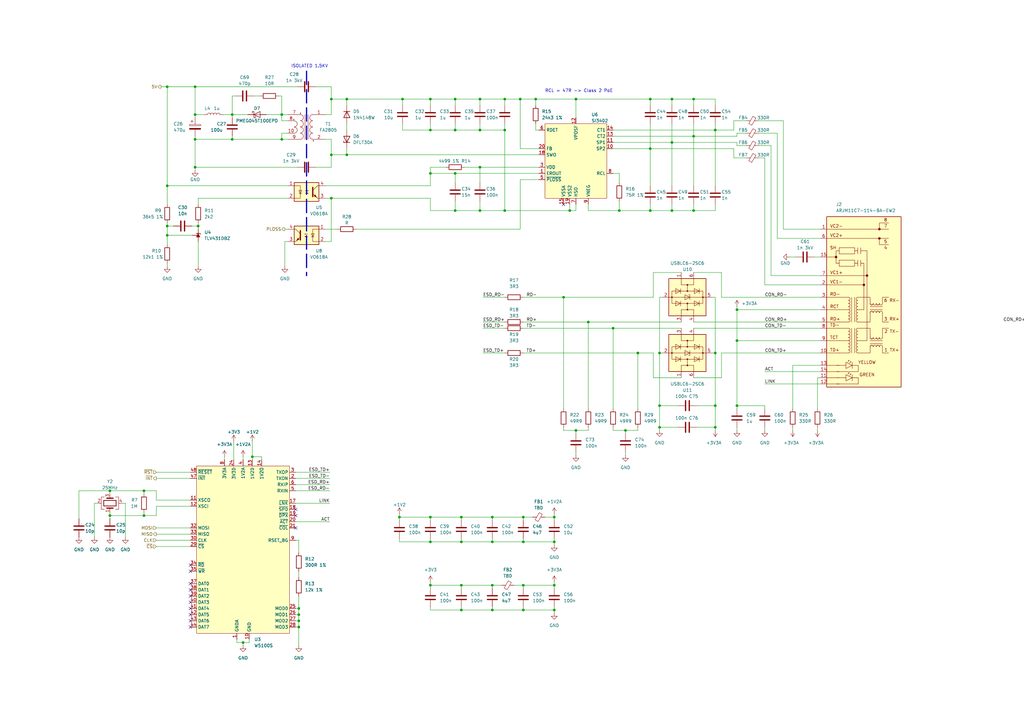
<source format=kicad_sch>
(kicad_sch (version 20211123) (generator eeschema)
  (paper "A3")
  (junction (at 270.51 175.26))
  (junction (at 214.63 222.25))
  (junction (at 135.89 63.5))
  (junction (at 135.89 81.28))
  (junction (at 254 86.36))
  (junction (at 261.62 144.78))
  (junction (at 236.22 176.53))
  (junction (at 214.63 250.19))
  (junction (at 270.51 144.78))
  (junction (at 302.26 127))
  (junction (at 302.26 139.7))
  (junction (at 207.01 53.34))
  (junction (at 293.37 53.34))
  (junction (at 142.24 63.5))
  (junction (at 293.37 166.37))
  (junction (at 122.555 257.175))
  (junction (at 275.59 58.42))
  (junction (at 266.7 60.96))
  (junction (at 284.48 40.64))
  (junction (at 163.83 212.09))
  (junction (at 176.53 53.34))
  (junction (at 68.58 76.2))
  (junction (at 99.695 263.525))
  (junction (at 236.22 40.64))
  (junction (at 219.71 40.64))
  (junction (at 176.53 240.03))
  (junction (at 176.53 222.25))
  (junction (at 214.63 212.09))
  (junction (at 293.37 175.26))
  (junction (at 201.93 212.09))
  (junction (at 293.37 144.78))
  (junction (at 284.48 55.88))
  (junction (at 241.3 132.08))
  (junction (at 233.68 86.36))
  (junction (at 186.69 86.36))
  (junction (at 284.48 86.36))
  (junction (at 115.57 57.15))
  (junction (at 176.53 40.64))
  (junction (at 270.51 166.37))
  (junction (at 189.23 222.25))
  (junction (at 186.69 53.34))
  (junction (at 80.01 46.99))
  (junction (at 207.01 86.36))
  (junction (at 196.85 86.36))
  (junction (at 122.555 249.555))
  (junction (at 176.53 212.09))
  (junction (at 95.25 46.99))
  (junction (at 196.85 40.64))
  (junction (at 196.85 53.34))
  (junction (at 251.46 134.62))
  (junction (at 80.01 57.15))
  (junction (at 122.555 252.095))
  (junction (at 227.33 222.25))
  (junction (at 95.25 57.15))
  (junction (at 115.57 46.99))
  (junction (at 189.23 240.03))
  (junction (at 68.58 92.71))
  (junction (at 227.33 212.09))
  (junction (at 186.69 40.64))
  (junction (at 103.505 187.325))
  (junction (at 122.555 254.635))
  (junction (at 80.01 68.58))
  (junction (at 201.93 250.19))
  (junction (at 275.59 86.36))
  (junction (at 81.28 92.71))
  (junction (at 142.24 40.64))
  (junction (at 227.33 250.19))
  (junction (at 266.7 40.64))
  (junction (at 186.69 71.12))
  (junction (at 80.01 35.56))
  (junction (at 45.085 201.295))
  (junction (at 59.055 211.455))
  (junction (at 227.33 240.03))
  (junction (at 196.85 68.58))
  (junction (at 266.7 86.36))
  (junction (at 68.58 35.56))
  (junction (at 214.63 240.03))
  (junction (at 59.055 201.295))
  (junction (at 207.01 40.64))
  (junction (at 176.53 71.12))
  (junction (at 213.36 40.64))
  (junction (at 231.14 121.92))
  (junction (at 165.1 40.64))
  (junction (at 189.23 212.09))
  (junction (at 45.085 211.455))
  (junction (at 135.89 40.64))
  (junction (at 275.59 40.64))
  (junction (at 68.58 96.52))
  (junction (at 201.93 240.03))
  (junction (at 302.26 166.37))
  (junction (at 201.93 222.25))
  (junction (at 189.23 250.19))
  (junction (at 256.54 176.53))
  (no_connect (at 78.105 247.015))
  (no_connect (at 78.105 239.395))
  (no_connect (at 231.14 83.82))
  (no_connect (at 121.285 211.455))
  (no_connect (at 78.105 241.935))
  (no_connect (at 78.105 234.315))
  (no_connect (at 78.105 257.175))
  (no_connect (at 78.105 231.775))
  (no_connect (at 78.105 249.555))
  (no_connect (at 78.105 244.475))
  (no_connect (at 121.285 216.535))
  (no_connect (at 78.105 254.635))
  (no_connect (at 78.105 252.095))
  (no_connect (at 121.285 208.915))
  (wire (pts (xy 271.78 121.92) (xy 270.51 121.92)))
  (wire (pts (xy 293.37 121.92) (xy 292.1 121.92)))
  (wire (pts (xy 295.91 144.78) (xy 336.55 144.78)))
  (wire (pts (xy 201.93 240.03) (xy 201.93 241.3)))
  (wire (pts (xy 176.53 240.03) (xy 176.53 241.3)))
  (wire (pts (xy 50.165 206.375) (xy 51.435 206.375)))
  (wire (pts (xy 266.7 86.36) (xy 275.59 86.36)))
  (wire (pts (xy 176.53 53.34) (xy 186.69 53.34)))
  (wire (pts (xy 302.26 127) (xy 336.55 127)))
  (wire (pts (xy 231.14 175.26) (xy 231.14 176.53)))
  (wire (pts (xy 121.285 193.675) (xy 135.255 193.675)))
  (wire (pts (xy 236.22 185.42) (xy 236.22 186.69)))
  (wire (pts (xy 251.46 55.88) (xy 284.48 55.88)))
  (wire (pts (xy 115.57 46.99) (xy 118.11 46.99)))
  (wire (pts (xy 107.315 188.595) (xy 107.315 187.325)))
  (wire (pts (xy 78.74 92.71) (xy 81.28 92.71)))
  (wire (pts (xy 293.37 50.8) (xy 293.37 53.34)))
  (wire (pts (xy 80.01 46.99) (xy 80.01 48.26)))
  (wire (pts (xy 189.23 212.09) (xy 176.53 212.09)))
  (wire (pts (xy 241.3 83.82) (xy 241.3 86.36)))
  (wire (pts (xy 59.055 211.455) (xy 64.135 211.455)))
  (wire (pts (xy 236.22 40.64) (xy 266.7 40.64)))
  (wire (pts (xy 323.85 105.41) (xy 326.39 105.41)))
  (wire (pts (xy 251.46 134.62) (xy 279.4 134.62)))
  (wire (pts (xy 313.69 175.26) (xy 313.69 176.53)))
  (wire (pts (xy 302.26 127) (xy 302.26 139.7)))
  (wire (pts (xy 325.12 149.86) (xy 336.55 149.86)))
  (wire (pts (xy 231.14 121.92) (xy 231.14 167.64)))
  (wire (pts (xy 121.285 198.755) (xy 135.255 198.755)))
  (wire (pts (xy 284.48 55.88) (xy 284.48 76.2)))
  (wire (pts (xy 198.12 132.08) (xy 207.01 132.08)))
  (wire (pts (xy 189.23 222.25) (xy 176.53 222.25)))
  (wire (pts (xy 121.285 249.555) (xy 122.555 249.555)))
  (wire (pts (xy 45.085 210.185) (xy 45.085 211.455)))
  (wire (pts (xy 205.74 240.03) (xy 201.93 240.03)))
  (wire (pts (xy 306.07 54.61) (xy 302.26 54.61)))
  (wire (pts (xy 270.51 166.37) (xy 278.13 166.37)))
  (wire (pts (xy 68.58 35.56) (xy 68.58 76.2)))
  (wire (pts (xy 293.37 166.37) (xy 293.37 175.26)))
  (wire (pts (xy 121.285 252.095) (xy 122.555 252.095)))
  (wire (pts (xy 241.3 132.08) (xy 241.3 167.64)))
  (wire (pts (xy 80.01 69.85) (xy 80.01 68.58)))
  (wire (pts (xy 198.12 144.78) (xy 207.01 144.78)))
  (wire (pts (xy 121.285 257.175) (xy 122.555 257.175)))
  (wire (pts (xy 196.85 82.55) (xy 196.85 86.36)))
  (wire (pts (xy 121.285 254.635) (xy 122.555 254.635)))
  (wire (pts (xy 142.24 40.64) (xy 142.24 43.18)))
  (wire (pts (xy 295.91 111.76) (xy 295.91 121.92)))
  (wire (pts (xy 176.53 40.64) (xy 176.53 43.18)))
  (wire (pts (xy 64.135 219.075) (xy 78.105 219.075)))
  (wire (pts (xy 227.33 238.76) (xy 227.33 240.03)))
  (wire (pts (xy 266.7 40.64) (xy 275.59 40.64)))
  (wire (pts (xy 302.26 139.7) (xy 302.26 166.37)))
  (wire (pts (xy 116.84 99.06) (xy 118.11 99.06)))
  (wire (pts (xy 95.25 46.99) (xy 95.25 48.26)))
  (wire (pts (xy 81.28 92.71) (xy 81.28 93.98)))
  (wire (pts (xy 133.35 46.99) (xy 135.89 46.99)))
  (polyline (pts (xy 125.73 29.21) (xy 125.73 113.03)) (stroke (width 0.5)))
  (wire (pts (xy 189.23 250.19) (xy 176.53 250.19)))
  (wire (pts (xy 325.12 149.86) (xy 325.12 167.64)))
  (wire (pts (xy 68.58 76.2) (xy 118.11 76.2)))
  (wire (pts (xy 227.33 240.03) (xy 227.33 241.3)))
  (wire (pts (xy 189.23 212.09) (xy 189.23 213.36)))
  (wire (pts (xy 186.69 50.8) (xy 186.69 53.34)))
  (wire (pts (xy 196.85 50.8) (xy 196.85 53.34)))
  (wire (pts (xy 266.7 60.96) (xy 266.7 76.2)))
  (wire (pts (xy 68.58 107.95) (xy 68.58 109.22)))
  (wire (pts (xy 236.22 40.64) (xy 236.22 48.26)))
  (wire (pts (xy 214.63 132.08) (xy 241.3 132.08)))
  (wire (pts (xy 80.01 55.88) (xy 80.01 57.15)))
  (wire (pts (xy 254 86.36) (xy 266.7 86.36)))
  (wire (pts (xy 233.68 86.36) (xy 236.22 86.36)))
  (wire (pts (xy 227.33 220.98) (xy 227.33 222.25)))
  (wire (pts (xy 176.53 212.09) (xy 176.53 213.36)))
  (wire (pts (xy 293.37 40.64) (xy 293.37 43.18)))
  (wire (pts (xy 227.33 250.19) (xy 227.33 248.92)))
  (wire (pts (xy 236.22 86.36) (xy 236.22 83.82)))
  (wire (pts (xy 266.7 40.64) (xy 266.7 43.18)))
  (wire (pts (xy 214.63 222.25) (xy 201.93 222.25)))
  (wire (pts (xy 121.285 221.615) (xy 122.555 221.615)))
  (wire (pts (xy 279.4 154.94) (xy 267.97 154.94)))
  (wire (pts (xy 251.46 134.62) (xy 251.46 167.64)))
  (wire (pts (xy 270.51 121.92) (xy 270.51 144.78)))
  (wire (pts (xy 210.82 240.03) (xy 214.63 240.03)))
  (wire (pts (xy 334.01 105.41) (xy 336.55 105.41)))
  (wire (pts (xy 91.44 46.99) (xy 95.25 46.99)))
  (wire (pts (xy 316.23 113.03) (xy 336.55 113.03)))
  (wire (pts (xy 96.52 39.37) (xy 95.25 39.37)))
  (wire (pts (xy 133.35 99.06) (xy 135.89 99.06)))
  (wire (pts (xy 241.3 132.08) (xy 279.4 132.08)))
  (wire (pts (xy 275.59 40.64) (xy 284.48 40.64)))
  (wire (pts (xy 293.37 144.78) (xy 293.37 166.37)))
  (wire (pts (xy 213.36 73.66) (xy 213.36 93.98)))
  (wire (pts (xy 207.01 43.18) (xy 207.01 40.64)))
  (wire (pts (xy 227.33 210.82) (xy 227.33 212.09)))
  (wire (pts (xy 133.35 76.2) (xy 176.53 76.2)))
  (wire (pts (xy 45.085 201.295) (xy 59.055 201.295)))
  (wire (pts (xy 284.48 111.76) (xy 295.91 111.76)))
  (wire (pts (xy 293.37 175.26) (xy 293.37 176.53)))
  (wire (pts (xy 102.235 262.255) (xy 102.235 263.525)))
  (wire (pts (xy 176.53 86.36) (xy 186.69 86.36)))
  (wire (pts (xy 122.555 249.555) (xy 122.555 252.095)))
  (wire (pts (xy 95.25 57.15) (xy 115.57 57.15)))
  (wire (pts (xy 95.25 39.37) (xy 95.25 46.99)))
  (wire (pts (xy 64.135 207.645) (xy 64.135 211.455)))
  (wire (pts (xy 201.93 212.09) (xy 189.23 212.09)))
  (wire (pts (xy 201.93 220.98) (xy 201.93 222.25)))
  (wire (pts (xy 196.85 43.18) (xy 196.85 40.64)))
  (wire (pts (xy 122.555 254.635) (xy 122.555 257.175)))
  (wire (pts (xy 196.85 53.34) (xy 207.01 53.34)))
  (wire (pts (xy 284.48 86.36) (xy 293.37 86.36)))
  (wire (pts (xy 135.89 81.28) (xy 176.53 81.28)))
  (wire (pts (xy 189.23 250.19) (xy 201.93 250.19)))
  (wire (pts (xy 214.63 121.92) (xy 231.14 121.92)))
  (wire (pts (xy 256.54 185.42) (xy 256.54 186.69)))
  (wire (pts (xy 316.23 59.69) (xy 316.23 113.03)))
  (wire (pts (xy 251.46 71.12) (xy 254 71.12)))
  (wire (pts (xy 214.63 212.09) (xy 201.93 212.09)))
  (wire (pts (xy 335.28 154.94) (xy 336.55 154.94)))
  (wire (pts (xy 59.055 201.295) (xy 64.135 201.295)))
  (wire (pts (xy 189.23 240.03) (xy 189.23 241.3)))
  (wire (pts (xy 227.33 223.52) (xy 227.33 222.25)))
  (wire (pts (xy 321.31 49.53) (xy 321.31 93.98)))
  (wire (pts (xy 302.26 54.61) (xy 302.26 55.88)))
  (wire (pts (xy 133.35 81.28) (xy 135.89 81.28)))
  (wire (pts (xy 45.085 211.455) (xy 45.085 212.725)))
  (wire (pts (xy 163.83 222.25) (xy 176.53 222.25)))
  (wire (pts (xy 201.93 240.03) (xy 189.23 240.03)))
  (wire (pts (xy 64.135 221.615) (xy 78.105 221.615)))
  (wire (pts (xy 201.93 212.09) (xy 201.93 213.36)))
  (wire (pts (xy 236.22 176.53) (xy 236.22 177.8)))
  (wire (pts (xy 32.385 201.295) (xy 45.085 201.295)))
  (wire (pts (xy 163.83 212.09) (xy 176.53 212.09)))
  (wire (pts (xy 306.07 59.69) (xy 302.26 59.69)))
  (wire (pts (xy 267.97 111.76) (xy 267.97 121.92)))
  (wire (pts (xy 306.07 64.77) (xy 300.99 64.77)))
  (wire (pts (xy 313.69 64.77) (xy 313.69 116.84)))
  (wire (pts (xy 313.69 116.84) (xy 336.55 116.84)))
  (wire (pts (xy 115.57 39.37) (xy 115.57 46.99)))
  (wire (pts (xy 220.98 60.96) (xy 213.36 60.96)))
  (wire (pts (xy 300.99 49.53) (xy 300.99 53.34)))
  (wire (pts (xy 302.26 125.73) (xy 302.26 127)))
  (wire (pts (xy 251.46 53.34) (xy 293.37 53.34)))
  (wire (pts (xy 251.46 60.96) (xy 266.7 60.96)))
  (wire (pts (xy 135.89 57.15) (xy 135.89 63.5)))
  (wire (pts (xy 285.75 175.26) (xy 293.37 175.26)))
  (wire (pts (xy 325.12 175.26) (xy 325.12 176.53)))
  (wire (pts (xy 45.085 201.295) (xy 45.085 202.565)))
  (wire (pts (xy 115.57 49.53) (xy 115.57 46.99)))
  (wire (pts (xy 284.48 134.62) (xy 336.55 134.62)))
  (wire (pts (xy 122.555 234.315) (xy 122.555 236.855)))
  (wire (pts (xy 51.435 206.375) (xy 51.435 220.345)))
  (wire (pts (xy 95.25 46.99) (xy 101.6 46.99)))
  (wire (pts (xy 142.24 40.64) (xy 165.1 40.64)))
  (wire (pts (xy 214.63 220.98) (xy 214.63 222.25)))
  (wire (pts (xy 81.28 91.44) (xy 81.28 92.71)))
  (wire (pts (xy 270.51 175.26) (xy 278.13 175.26)))
  (wire (pts (xy 321.31 93.98) (xy 336.55 93.98)))
  (wire (pts (xy 165.1 43.18) (xy 165.1 40.64)))
  (wire (pts (xy 95.885 180.975) (xy 95.885 188.595)))
  (wire (pts (xy 142.24 63.5) (xy 142.24 60.96)))
  (wire (pts (xy 68.58 96.52) (xy 78.74 96.52)))
  (wire (pts (xy 198.12 134.62) (xy 207.01 134.62)))
  (wire (pts (xy 135.89 35.56) (xy 135.89 40.64)))
  (wire (pts (xy 135.89 68.58) (xy 135.89 63.5)))
  (wire (pts (xy 251.46 175.26) (xy 251.46 176.53)))
  (wire (pts (xy 64.135 224.155) (xy 78.105 224.155)))
  (wire (pts (xy 270.51 144.78) (xy 271.78 144.78)))
  (wire (pts (xy 118.11 54.61) (xy 115.57 54.61)))
  (wire (pts (xy 68.58 92.71) (xy 68.58 96.52)))
  (wire (pts (xy 68.58 76.2) (xy 68.58 83.82)))
  (wire (pts (xy 99.695 263.525) (xy 102.235 263.525)))
  (wire (pts (xy 121.285 213.995) (xy 135.255 213.995)))
  (wire (pts (xy 80.01 57.15) (xy 95.25 57.15)))
  (wire (pts (xy 38.735 206.375) (xy 38.735 220.345)))
  (wire (pts (xy 135.89 40.64) (xy 142.24 40.64)))
  (wire (pts (xy 115.57 57.15) (xy 118.11 57.15)))
  (wire (pts (xy 302.26 166.37) (xy 313.69 166.37)))
  (wire (pts (xy 214.63 241.3) (xy 214.63 240.03)))
  (wire (pts (xy 219.71 40.64) (xy 236.22 40.64)))
  (wire (pts (xy 146.05 93.98) (xy 213.36 93.98)))
  (wire (pts (xy 284.48 40.64) (xy 293.37 40.64)))
  (wire (pts (xy 251.46 58.42) (xy 275.59 58.42)))
  (wire (pts (xy 116.84 99.06) (xy 116.84 109.22)))
  (wire (pts (xy 103.505 180.975) (xy 103.505 187.325)))
  (wire (pts (xy 122.555 252.095) (xy 122.555 254.635)))
  (wire (pts (xy 118.11 49.53) (xy 115.57 49.53)))
  (wire (pts (xy 201.93 248.92) (xy 201.93 250.19)))
  (wire (pts (xy 311.15 64.77) (xy 313.69 64.77)))
  (wire (pts (xy 196.85 68.58) (xy 220.98 68.58)))
  (wire (pts (xy 189.23 248.92) (xy 189.23 250.19)))
  (wire (pts (xy 83.82 46.99) (xy 80.01 46.99)))
  (wire (pts (xy 122.555 221.615) (xy 122.555 226.695)))
  (wire (pts (xy 302.26 55.88) (xy 284.48 55.88)))
  (wire (pts (xy 107.315 187.325) (xy 103.505 187.325)))
  (wire (pts (xy 300.99 53.34) (xy 293.37 53.34)))
  (wire (pts (xy 214.63 250.19) (xy 214.63 248.92)))
  (wire (pts (xy 292.1 144.78) (xy 293.37 144.78)))
  (wire (pts (xy 270.51 175.26) (xy 270.51 176.53)))
  (wire (pts (xy 182.88 68.58) (xy 176.53 68.58)))
  (wire (pts (xy 64.135 193.675) (xy 78.105 193.675)))
  (wire (pts (xy 302.26 59.69) (xy 302.26 58.42)))
  (wire (pts (xy 129.54 68.58) (xy 135.89 68.58)))
  (wire (pts (xy 196.85 86.36) (xy 207.01 86.36)))
  (wire (pts (xy 201.93 250.19) (xy 214.63 250.19)))
  (wire (pts (xy 284.48 40.64) (xy 284.48 43.18)))
  (wire (pts (xy 186.69 71.12) (xy 186.69 74.93)))
  (wire (pts (xy 300.99 64.77) (xy 300.99 60.96)))
  (wire (pts (xy 279.4 111.76) (xy 267.97 111.76)))
  (wire (pts (xy 223.52 212.09) (xy 227.33 212.09)))
  (wire (pts (xy 256.54 176.53) (xy 261.62 176.53)))
  (wire (pts (xy 68.58 91.44) (xy 68.58 92.71)))
  (wire (pts (xy 68.58 96.52) (xy 68.58 100.33)))
  (wire (pts (xy 133.35 93.98) (xy 138.43 93.98)))
  (wire (pts (xy 295.91 121.92) (xy 336.55 121.92)))
  (wire (pts (xy 64.135 205.105) (xy 78.105 205.105)))
  (wire (pts (xy 176.53 71.12) (xy 186.69 71.12)))
  (wire (pts (xy 129.54 35.56) (xy 135.89 35.56)))
  (wire (pts (xy 64.135 216.535) (xy 78.105 216.535)))
  (wire (pts (xy 318.77 54.61) (xy 311.15 54.61)))
  (wire (pts (xy 300.99 60.96) (xy 266.7 60.96)))
  (wire (pts (xy 311.15 59.69) (xy 316.23 59.69)))
  (wire (pts (xy 163.83 213.36) (xy 163.83 212.09)))
  (wire (pts (xy 103.505 187.325) (xy 103.505 188.595)))
  (wire (pts (xy 121.285 196.215) (xy 135.255 196.215)))
  (wire (pts (xy 270.51 166.37) (xy 270.51 175.26)))
  (wire (pts (xy 227.33 251.46) (xy 227.33 250.19)))
  (wire (pts (xy 135.89 46.99) (xy 135.89 40.64)))
  (wire (pts (xy 306.07 49.53) (xy 300.99 49.53)))
  (wire (pts (xy 163.83 210.82) (xy 163.83 212.09)))
  (wire (pts (xy 335.28 175.26) (xy 335.28 176.53)))
  (wire (pts (xy 133.35 57.15) (xy 135.89 57.15)))
  (wire (pts (xy 165.1 53.34) (xy 176.53 53.34)))
  (wire (pts (xy 219.71 53.34) (xy 220.98 53.34)))
  (wire (pts (xy 261.62 144.78) (xy 261.62 167.64)))
  (wire (pts (xy 267.97 154.94) (xy 267.97 144.78)))
  (wire (pts (xy 186.69 40.64) (xy 196.85 40.64)))
  (wire (pts (xy 80.01 57.15) (xy 80.01 68.58)))
  (wire (pts (xy 231.14 176.53) (xy 236.22 176.53)))
  (wire (pts (xy 176.53 50.8) (xy 176.53 53.34)))
  (wire (pts (xy 201.93 222.25) (xy 189.23 222.25)))
  (wire (pts (xy 214.63 134.62) (xy 251.46 134.62)))
  (wire (pts (xy 241.3 175.26) (xy 241.3 176.53)))
  (wire (pts (xy 186.69 40.64) (xy 186.69 43.18)))
  (wire (pts (xy 219.71 43.18) (xy 219.71 40.64)))
  (wire (pts (xy 135.89 63.5) (xy 142.24 63.5)))
  (wire (pts (xy 99.695 263.525) (xy 99.695 264.795)))
  (wire (pts (xy 207.01 53.34) (xy 207.01 86.36)))
  (wire (pts (xy 213.36 40.64) (xy 219.71 40.64)))
  (wire (pts (xy 186.69 71.12) (xy 220.98 71.12)))
  (wire (pts (xy 213.36 73.66) (xy 220.98 73.66)))
  (wire (pts (xy 284.48 83.82) (xy 284.48 86.36)))
  (wire (pts (xy 313.69 166.37) (xy 313.69 167.64)))
  (wire (pts (xy 109.22 46.99) (xy 115.57 46.99)))
  (wire (pts (xy 214.63 250.19) (xy 227.33 250.19)))
  (wire (pts (xy 165.1 50.8) (xy 165.1 53.34)))
  (wire (pts (xy 97.155 262.255) (xy 97.155 263.525)))
  (wire (pts (xy 284.48 50.8) (xy 284.48 55.88)))
  (wire (pts (xy 254 74.93) (xy 254 71.12)))
  (wire (pts (xy 266.7 83.82) (xy 266.7 86.36)))
  (wire (pts (xy 99.695 187.325) (xy 99.695 188.595)))
  (wire (pts (xy 285.75 166.37) (xy 293.37 166.37)))
  (wire (pts (xy 80.01 35.56) (xy 121.92 35.56)))
  (wire (pts (xy 231.14 121.92) (xy 267.97 121.92)))
  (wire (pts (xy 135.89 81.28) (xy 135.89 99.06)))
  (wire (pts (xy 64.135 196.215) (xy 78.105 196.215)))
  (wire (pts (xy 207.01 86.36) (xy 233.68 86.36)))
  (wire (pts (xy 122.555 257.175) (xy 122.555 264.795)))
  (wire (pts (xy 214.63 212.09) (xy 214.63 213.36)))
  (wire (pts (xy 213.36 60.96) (xy 213.36 40.64)))
  (wire (pts (xy 40.005 206.375) (xy 38.735 206.375)))
  (wire (pts (xy 196.85 40.64) (xy 207.01 40.64)))
  (wire (pts (xy 81.28 99.06) (xy 81.28 109.22)))
  (wire (pts (xy 318.77 54.61) (xy 318.77 97.79)))
  (wire (pts (xy 165.1 40.64) (xy 176.53 40.64)))
  (wire (pts (xy 302.26 139.7) (xy 336.55 139.7)))
  (wire (pts (xy 97.155 263.525) (xy 99.695 263.525)))
  (wire (pts (xy 275.59 40.64) (xy 275.59 43.18)))
  (wire (pts (xy 220.98 63.5) (xy 142.24 63.5)))
  (wire (pts (xy 186.69 53.34) (xy 196.85 53.34)))
  (wire (pts (xy 81.28 83.82) (xy 81.28 81.28)))
  (wire (pts (xy 186.69 86.36) (xy 196.85 86.36)))
  (wire (pts (xy 45.085 211.455) (xy 59.055 211.455)))
  (wire (pts (xy 207.01 40.64) (xy 213.36 40.64)))
  (wire (pts (xy 59.055 210.185) (xy 59.055 211.455)))
  (wire (pts (xy 214.63 144.78) (xy 261.62 144.78)))
  (wire (pts (xy 214.63 222.25) (xy 227.33 222.25)))
  (wire (pts (xy 163.83 220.98) (xy 163.83 222.25)))
  (wire (pts (xy 313.69 157.48) (xy 336.55 157.48)))
  (wire (pts (xy 214.63 240.03) (xy 227.33 240.03)))
  (wire (pts (xy 122.555 249.555) (xy 122.555 244.475)))
  (wire (pts (xy 92.075 187.325) (xy 92.075 188.595)))
  (wire (pts (xy 218.44 212.09) (xy 214.63 212.09)))
  (wire (pts (xy 284.48 132.08) (xy 336.55 132.08)))
  (wire (pts (xy 176.53 81.28) (xy 176.53 86.36)))
  (wire (pts (xy 251.46 176.53) (xy 256.54 176.53)))
  (wire (pts (xy 318.77 97.79) (xy 336.55 97.79)))
  (wire (pts (xy 186.69 82.55) (xy 186.69 86.36)))
  (wire (pts (xy 176.53 40.64) (xy 186.69 40.64)))
  (wire (pts (xy 176.53 220.98) (xy 176.53 222.25)))
  (wire (pts (xy 219.71 50.8) (xy 219.71 53.34)))
  (wire (pts (xy 302.26 175.26) (xy 302.26 176.53)))
  (wire (pts (xy 293.37 144.78) (xy 293.37 121.92)))
  (wire (pts (xy 254 82.55) (xy 254 86.36)))
  (wire (pts (xy 233.68 86.36) (xy 233.68 83.82)))
  (wire (pts (xy 176.53 250.19) (xy 176.53 248.92)))
  (wire (pts (xy 190.5 68.58) (xy 196.85 68.58)))
  (wire (pts (xy 114.3 39.37) (xy 115.57 39.37)))
  (wire (pts (xy 275.59 58.42) (xy 275.59 76.2)))
  (wire (pts (xy 311.15 49.53) (xy 321.31 49.53)))
  (wire (pts (xy 189.23 220.98) (xy 189.23 222.25)))
  (wire (pts (xy 176.53 71.12) (xy 176.53 76.2)))
  (wire (pts (xy 275.59 86.36) (xy 284.48 86.36)))
  (wire (pts (xy 95.25 55.88) (xy 95.25 57.15)))
  (wire (pts (xy 335.28 154.94) (xy 335.28 167.64)))
  (wire (pts (xy 275.59 83.82) (xy 275.59 86.36)))
  (wire (pts (xy 121.285 206.375) (xy 135.255 206.375)))
  (wire (pts (xy 66.04 35.56) (xy 68.58 35.56)))
  (wire (pts (xy 295.91 154.94) (xy 284.48 154.94)))
  (wire (pts (xy 266.7 50.8) (xy 266.7 60.96)))
  (wire (pts (xy 64.135 201.295) (xy 64.135 205.105)))
  (wire (pts (xy 275.59 50.8) (xy 275.59 58.42)))
  (wire (pts (xy 176.53 68.58) (xy 176.53 71.12)))
  (wire (pts (xy 261.62 144.78) (xy 267.97 144.78)))
  (wire (pts (xy 313.69 152.4) (xy 336.55 152.4)))
  (wire (pts (xy 81.28 81.28) (xy 118.11 81.28)))
  (wire (pts (xy 261.62 176.53) (xy 261.62 175.26)))
  (wire (pts (xy 198.12 121.92) (xy 207.01 121.92)))
  (wire (pts (xy 293.37 83.82) (xy 293.37 86.36)))
  (wire (pts (xy 116.84 93.98) (xy 118.11 93.98)))
  (wire (pts (xy 64.135 207.645) (xy 78.105 207.645)))
  (wire (pts (xy 196.85 68.58) (xy 196.85 74.93)))
  (wire (pts (xy 80.01 35.56) (xy 80.01 46.99)))
  (wire (pts (xy 142.24 50.8) (xy 142.24 53.34)))
  (wire (pts (xy 302.26 167.64) (xy 302.26 166.37)))
  (wire (pts (xy 241.3 86.36) (xy 254 86.36)))
  (wire (pts (xy 295.91 144.78) (xy 295.91 154.94)))
  (wire (pts (xy 104.14 39.37) (xy 106.68 39.37)))
  (wire (pts (xy 115.57 54.61) (xy 115.57 57.15)))
  (wire (pts (xy 227.33 212.09) (xy 227.33 213.36)))
  (wire (pts (xy 32.385 212.725) (xy 32.385 201.295)))
  (wire (pts (xy 189.23 240.03) (xy 176.53 240.03)))
  (wire (pts (xy 68.58 92.71) (xy 71.12 92.71)))
  (wire (pts (xy 121.285 201.295) (xy 135.255 201.295)))
  (wire (pts (xy 293.37 53.34) (xy 293.37 76.2)))
  (wire (pts (xy 59.055 201.295) (xy 59.055 202.565)))
  (wire (pts (xy 176.53 238.76) (xy 176.53 240.03)))
  (wire (pts (xy 275.59 58.42) (xy 302.26 58.42)))
  (wire (pts (xy 236.22 176.53) (xy 241.3 176.53)))
  (wire (pts (xy 270.51 144.78) (xy 270.51 166.37)))
  (wire (pts (xy 80.01 68.58) (xy 121.92 68.58)))
  (wire (pts (xy 256.54 176.53) (xy 256.54 177.8)))
  (wire (pts (xy 207.01 50.8) (xy 207.01 53.34)))
  (wire (pts (xy 68.58 35.56) (xy 80.01 35.56)))
  (text "ISOLATED 1.5KV" (at 119.38 27.94 0) (effects (font (size 1.27 1.27)) (justify left bottom)))
  (text "RCL = 47R -> Class 2 PoE\n" (at 223.52 38.1 0) (effects (font (size 1.27 1.27)) (justify left bottom)))
  (label "LINK" (at 135.255 206.375 180))
  (label "ACT" (at 135.255 213.995 180))
  (label "ESD_TD-" (at 135.255 196.215 180))
  (label "CON_TD+" (at 313.69 144.78 0))
  (label "ESD_RD-" (at 198.12 121.92 0))
  (label "RD-" (at 215.9 121.92 0))
  (label "RD+" (at 215.9 132.08 0))
  (label "CON_RD+" (at 411.48 132.08 0))
  (label "ESD_RD+" (at 135.255 198.755 180))
  (label "ESD_RD+" (at 198.12 132.08 0))
  (label "CON_TD-" (at 313.69 134.62 0))
  (label "CON_RD-" (at 313.69 121.92 0))
  (label "TD+" (at 215.9 144.78 0))
  (label "CON_RD+" (at 313.69 132.08 0))
  (label "ACT" (at 313.69 152.4 0))
  (label "ESD_TD+" (at 198.12 144.78 0))
  (label "ESD_RD-" (at 135.255 201.295 180))
  (label "ESD_TD+" (at 135.255 193.675 180))
  (label "TD-" (at 215.9 134.62 0))
  (label "LINK" (at 313.69 157.48 0))
  (label "ESD_TD-" (at 198.12 134.62 0))
  (hierarchical_label "~{CS}" (shape input) (at 64.135 224.155 180))
  (hierarchical_label "CLK" (shape input) (at 64.135 221.615 180))
  (hierarchical_label "MISO" (shape output) (at 64.135 219.075 180))
  (hierarchical_label "~{INT}" (shape output) (at 64.135 196.215 180))
  (hierarchical_label "MOSI" (shape input) (at 64.135 216.535 180))
  (hierarchical_label "5V" (shape output) (at 66.04 35.56 180))
  (hierarchical_label "PLOSS" (shape output) (at 116.84 93.98 180))
  (hierarchical_label "~{RST}" (shape input) (at 64.135 193.675 180))
  (symbol (lib_id "Device:R") (at 122.555 240.665 0) (unit 1)
    (property "Reference" "R13" (at 125.095 239.3949 0) (effects (justify left)))
    (property "Value" "12k 1%" (at 125.095 241.9349 0) (effects (justify left)))
    (property "Footprint" "Resistor_SMD:R_0402_1005Metric" (effects hide))
  )
  (symbol (lib_id "power:GND") (at 51.435 220.345 0) (unit 1)
    (property "Reference" "#PWR0125" (effects hide))
    (property "Value" "GND" (at 51.435 225.425 0))
  )
  (symbol (lib_id "Device:C") (at 32.385 216.535 0) (unit 1)
    (property "Reference" "C24" (at 34.925 215.265 0) (effects (justify left)))
    (property "Value" "10p" (at 34.925 217.805 0) (effects (justify left)))
    (property "Footprint" "Capacitor_SMD:C_0402_1005Metric" (effects hide))
  )
  (symbol (lib_id "power:GND") (at 313.69 176.53 0) (unit 1)
    (property "Reference" "#PWR0135" (effects hide))
    (property "Value" "GND" (at 313.69 181.61 0))
  )
  (symbol (lib_id "Device:R") (at 210.82 134.62 90) (unit 1)
    (property "Reference" "R19" (at 210.82 137.16 90))
    (property "Value" "3R3" (at 210.82 139.7 90))
    (property "Footprint" "Resistor_SMD:R_0402_1005Metric" (effects hide))
  )
  (symbol (lib_id "Device:C") (at 74.93 92.71 90) (unit 1)
    (property "Reference" "C30" (at 74.93 85.09 90))
    (property "Value" "10n" (at 74.93 87.63 90))
    (property "Footprint" "Capacitor_SMD:C_0402_1005Metric" (effects hide))
  )
  (symbol (lib_id "coilcraft:FA2805") (at 125.73 52.07 0) (mirror y) (unit 1)
    (property "Reference" "T1" (at 134.62 50.8 0))
    (property "Value" "FA2805" (at 134.62 53.34 0))
    (property "Footprint" "coilcraft:Transformer_Coilcraft_Si3402" (effects hide))
  )
  (symbol (lib_id "abracon:ARJM11C7-114-BA-EW2") (at 354.33 124.46 0) (unit 1)
    (property "Reference" "J2" (at 342.9 83.82 0) (effects (justify left)))
    (property "Value" "ARJM11C7-114-BA-EW2" (at 342.9 86.36 0) (effects (justify left)))
    (property "Footprint" "abracon:ARJM11C7-114-BA-EW2" (effects hide))
  )
  (symbol (lib_id "power:+1V2") (at 103.505 180.975 0) (unit 1)
    (property "Reference" "#PWR0123" (effects hide))
    (property "Value" "+1V2" (at 103.505 177.165 0))
  )
  (symbol (lib_id "Device:C") (at 196.85 78.74 0) (unit 1)
    (property "Reference" "C36" (at 199.39 77.47 0) (effects (justify left)))
    (property "Value" "100n" (at 199.39 80.01 0) (effects (justify left)))
    (property "Footprint" "Capacitor_SMD:C_0402_1005Metric" (effects hide))
  )
  (symbol (lib_id "Device:C") (at 186.69 46.99 0) (unit 1)
    (property "Reference" "C33" (at 180.34 45.72 0) (effects (justify left)))
    (property "Value" "1u" (at 180.34 48.26 0) (effects (justify left)))
    (property "Footprint" "Capacitor_SMD:C_0603_1608Metric" (effects hide))
  )
  (symbol (lib_id "skyworks:SI3402") (at 236.22 63.5 0) (mirror y) (unit 1)
    (property "Reference" "U6" (at 242.57 46.99 0) (effects (justify right)))
    (property "Value" "SI3402" (at 242.57 49.53 0) (effects (justify right)))
    (property "Footprint" "skyworks:Skyworks_QFN-20_1EP5x5mm_P0.8mm_EP2.7x2.7mm" (effects hide))
  )
  (symbol (lib_id "Device:C") (at 214.63 245.11 0) (unit 1)
    (property "Reference" "C53" (at 218.44 243.8399 0) (effects (justify left)))
    (property "Value" "100n" (at 218.44 246.3799 0) (effects (justify left)))
    (property "Footprint" "Capacitor_SMD:C_0402_1005Metric" (effects hide))
  )
  (symbol (lib_id "Device:D_Zener") (at 142.24 57.15 90) (unit 1)
    (property "Reference" "D6" (at 144.78 55.8799 90) (effects (justify right)))
    (property "Value" "DFLT30A" (at 144.78 58.4199 90) (effects (justify right)))
    (property "Footprint" "Diode_SMD:D_PowerDI-123" (effects hide))
  )
  (symbol (lib_id "Device:R") (at 231.14 171.45 0) (unit 1)
    (property "Reference" "R22" (at 233.68 170.1799 0) (effects (justify left)))
    (property "Value" "49R9" (at 233.68 172.7199 0) (effects (justify left)))
    (property "Footprint" "Resistor_SMD:R_0402_1005Metric" (effects hide))
  )
  (symbol (lib_id "power:GND") (at 99.695 264.795 0) (unit 1)
    (property "Reference" "#PWR0118" (effects hide))
    (property "Value" "GND" (at 99.695 269.875 0))
  )
  (symbol (lib_id "Device:R") (at 251.46 171.45 0) (unit 1)
    (property "Reference" "R24" (at 254 170.1799 0) (effects (justify left)))
    (property "Value" "49R9" (at 254 172.7199 0) (effects (justify left)))
    (property "Footprint" "Resistor_SMD:R_0402_1005Metric" (effects hide))
  )
  (symbol (lib_id "power:GND") (at 122.555 264.795 0) (unit 1)
    (property "Reference" "#PWR0119" (effects hide))
    (property "Value" "GND" (at 122.555 269.875 0))
  )
  (symbol (lib_id "Device:C") (at 302.26 171.45 0) (unit 1)
    (property "Reference" "C59" (at 306.07 170.1799 0) (effects (justify left)))
    (property "Value" "1u" (at 306.07 172.7199 0) (effects (justify left)))
    (property "Footprint" "Capacitor_SMD:C_0603_1608Metric" (effects hide))
  )
  (symbol (lib_id "Device:C") (at 313.69 171.45 0) (unit 1)
    (property "Reference" "C60" (at 317.5 170.1799 0) (effects (justify left)))
    (property "Value" "100n" (at 317.5 172.7199 0) (effects (justify left)))
    (property "Footprint" "Capacitor_SMD:C_0402_1005Metric" (effects hide))
  )
  (symbol (lib_id "Device:C") (at 293.37 80.01 0) (unit 1)
    (property "Reference" "C55" (at 295.91 78.74 0) (effects (justify left)))
    (property "Value" "1n" (at 295.91 81.28 0) (effects (justify left)))
    (property "Footprint" "Capacitor_SMD:C_0402_1005Metric" (effects hide))
  )
  (symbol (lib_id "power_extended:+1V2A") (at 99.695 187.325 0) (unit 1)
    (property "Reference" "#PWR36" (effects hide))
    (property "Value" "+1V2A" (at 99.695 182.245 0))
  )
  (symbol (lib_id "power:GND") (at 68.58 109.22 0) (unit 1)
    (property "Reference" "#PWR0131" (effects hide))
    (property "Value" "GND" (at 68.58 114.3 0))
  )
  (symbol (lib_id "Device:C") (at 163.83 217.17 0) (unit 1)
    (property "Reference" "C38" (at 167.64 215.8999 0) (effects (justify left)))
    (property "Value" "100n" (at 167.64 218.4399 0) (effects (justify left)))
    (property "Footprint" "Capacitor_SMD:C_0402_1005Metric" (effects hide))
  )
  (symbol (lib_id "Device:C") (at 125.73 35.56 90) (unit 1)
    (property "Reference" "C28" (at 120.65 30.48 90))
    (property "Value" "1n 3kV" (at 120.65 33.02 90))
    (property "Footprint" "Capacitor_SMD:C_1206_3216Metric" (effects hide))
  )
  (symbol (lib_id "Device:C") (at 196.85 46.99 0) (unit 1)
    (property "Reference" "C35" (at 190.5 45.72 0) (effects (justify left)))
    (property "Value" "1u" (at 190.5 48.26 0) (effects (justify left)))
    (property "Footprint" "Capacitor_SMD:C_0603_1608Metric" (effects hide))
  )
  (symbol (lib_id "Device:L") (at 87.63 46.99 90) (unit 1)
    (property "Reference" "L4" (at 85.09 44.45 90))
    (property "Value" "1u" (at 88.9 44.45 90))
    (property "Footprint" "Capacitor_SMD:C_0603_1608Metric" (effects hide))
  )
  (symbol (lib_id "Device:C") (at 207.01 46.99 0) (unit 1)
    (property "Reference" "C37" (at 199.39 45.72 0) (effects (justify left)))
    (property "Value" "100n" (at 199.39 48.26 0) (effects (justify left)))
    (property "Footprint" "Capacitor_SMD:C_0402_1005Metric" (effects hide))
  )
  (symbol (lib_id "power:GND") (at 227.33 223.52 0) (mirror y) (unit 1)
    (property "Reference" "#PWR0111" (effects hide))
    (property "Value" "GND" (at 227.33 228.6 0))
  )
  (symbol (lib_id "Device:R") (at 335.28 171.45 0) (unit 1)
    (property "Reference" "R26" (at 337.82 170.1799 0) (effects (justify left)))
    (property "Value" "330R" (at 337.82 172.7199 0) (effects (justify left)))
    (property "Footprint" "Resistor_SMD:R_0402_1005Metric" (effects hide))
  )
  (symbol (lib_id "power:GND") (at 81.28 109.22 0) (unit 1)
    (property "Reference" "#PWR0132" (effects hide))
    (property "Value" "GND" (at 81.28 114.3 0))
  )
  (symbol (lib_id "power:GND") (at 323.85 105.41 270) (unit 1)
    (property "Reference" "#PWR0137" (effects hide))
    (property "Value" "GND" (at 320.04 107.95 90) (effects (justify left)))
  )
  (symbol (lib_id "power_extended:+3V3A") (at 92.075 187.325 0) (unit 1)
    (property "Reference" "#PWR35" (effects hide))
    (property "Value" "+3V3A" (at 92.075 182.245 0))
  )
  (symbol (lib_id "Isolator:VO615A") (at 125.73 78.74 0) (unit 1)
    (property "Reference" "U5" (at 130.81 85.09 0))
    (property "Value" "VO618A" (at 130.81 87.63 0))
    (property "Footprint" "Package_SO:SO-4_7.6x3.6mm_P2.54mm" (effects hide))
    (property "Datasheet" "http://www.vishay.com/docs/81753/vo615a.pdf" (effects hide))
  )
  (symbol (lib_id "power:GND") (at 116.84 109.22 0) (unit 1)
    (property "Reference" "#PWR0129" (effects hide))
    (property "Value" "GND" (at 116.84 114.3 0))
  )
  (symbol (lib_id "Device:C") (at 45.085 216.535 0) (unit 1)
    (property "Reference" "C25" (at 47.625 215.265 0) (effects (justify left)))
    (property "Value" "10p" (at 47.625 217.805 0) (effects (justify left)))
    (property "Footprint" "Capacitor_SMD:C_0402_1005Metric" (effects hide))
  )
  (symbol (lib_id "Device:C") (at 189.23 217.17 0) (unit 1)
    (property "Reference" "C40" (at 193.04 215.8999 0) (effects (justify left)))
    (property "Value" "100n" (at 193.04 218.4399 0) (effects (justify left)))
    (property "Footprint" "Capacitor_SMD:C_0402_1005Metric" (effects hide))
  )
  (symbol (lib_id "Device:C") (at 330.2 105.41 90) (unit 1)
    (property "Reference" "C61" (at 330.2 99.06 90))
    (property "Value" "1n 3kV" (at 330.2 101.6 90))
    (property "Footprint" "Capacitor_SMD:C_1206_3216Metric" (effects hide))
  )
  (symbol (lib_id "Device:R") (at 142.24 93.98 90) (unit 1)
    (property "Reference" "R28" (at 142.24 88.9 90))
    (property "Value" "R" (at 142.24 91.44 90))
    (property "Footprint" "Resistor_SMD:R_0402_1005Metric" (effects hide))
  )
  (symbol (lib_id "Device:C") (at 100.33 39.37 90) (unit 1)
    (property "Reference" "C69" (at 100.33 31.75 90))
    (property "Value" "470p" (at 100.33 34.29 90))
    (property "Footprint" "Capacitor_SMD:C_0402_1005Metric" (effects hide))
  )
  (symbol (lib_id "Device:R") (at 68.58 104.14 0) (unit 1)
    (property "Reference" "R10" (at 62.23 102.87 0) (effects (justify left)))
    (property "Value" "12k1 1%" (at 58.42 105.41 0) (effects (justify left)))
    (property "Footprint" "Resistor_SMD:R_0402_1005Metric" (effects hide))
  )
  (symbol (lib_id "Device:C") (at 176.53 245.11 0) (unit 1)
    (property "Reference" "C41" (at 180.34 243.8399 0) (effects (justify left)))
    (property "Value" "100n" (at 180.34 246.3799 0) (effects (justify left)))
    (property "Footprint" "Capacitor_SMD:C_0402_1005Metric" (effects hide))
  )
  (symbol (lib_id "Device:FerriteBead_Small") (at 308.61 64.77 90) (unit 1)
    (property "Reference" "FB7" (at 304.8 63.5 90))
    (property "Value" "330R" (at 313.0835 63.5372 90))
    (property "Footprint" "Inductor_SMD:L_0805_2012Metric" (effects hide))
    (property "Datasheet" "https://cz.mouser.com/datasheet/2/281/1/mure_s_a0010614486_1-2279380.pdf" (effects hide))
  )
  (symbol (lib_id "Device:R") (at 241.3 171.45 0) (unit 1)
    (property "Reference" "R23" (at 243.84 170.1799 0) (effects (justify left)))
    (property "Value" "49R9" (at 243.84 172.7199 0) (effects (justify left)))
    (property "Footprint" "Resistor_SMD:R_0402_1005Metric" (effects hide))
  )
  (symbol (lib_id "Device:R") (at 254 78.74 0) (unit 1)
    (property "Reference" "R16" (at 256.54 77.4699 0) (effects (justify left)))
    (property "Value" "75R 1%" (at 256.54 80.0099 0) (effects (justify left)))
    (property "Footprint" "Resistor_SMD:R_0402_1005Metric" (effects hide))
  )
  (symbol (lib_id "Device:C") (at 256.54 181.61 0) (unit 1)
    (property "Reference" "C74" (at 260.35 180.3399 0) (effects (justify left)))
    (property "Value" "100n" (at 260.35 182.8799 0) (effects (justify left)))
    (property "Footprint" "Capacitor_SMD:C_0402_1005Metric" (effects hide))
  )
  (symbol (lib_id "Device:C") (at 284.48 80.01 0) (unit 1)
    (property "Reference" "C51" (at 287.02 78.74 0) (effects (justify left)))
    (property "Value" "1n" (at 287.02 81.28 0) (effects (justify left)))
    (property "Footprint" "Capacitor_SMD:C_0402_1005Metric" (effects hide))
  )
  (symbol (lib_id "power_extended:+3V3A") (at 293.37 176.53 180) (unit 1)
    (property "Reference" "#PWR8" (effects hide))
    (property "Value" "+3V3A" (at 289.56 181.61 0) (effects (justify right)))
  )
  (symbol (lib_id "power:GND") (at 32.385 220.345 0) (unit 1)
    (property "Reference" "#PWR0128" (effects hide))
    (property "Value" "GND" (at 32.385 225.425 0))
  )
  (symbol (lib_id "Device:C") (at 227.33 245.11 0) (unit 1)
    (property "Reference" "C56" (at 231.14 243.8399 0) (effects (justify left)))
    (property "Value" "100n" (at 231.14 246.3799 0) (effects (justify left)))
    (property "Footprint" "Capacitor_SMD:C_0402_1005Metric" (effects hide))
  )
  (symbol (lib_id "Device:R") (at 210.82 132.08 90) (unit 1)
    (property "Reference" "R18" (at 210.82 127 90))
    (property "Value" "3R3" (at 210.82 129.54 90))
    (property "Footprint" "Resistor_SMD:R_0402_1005Metric" (effects hide))
  )
  (symbol (lib_id "Reference_Voltage:TL431DBZ") (at 81.28 96.52 90) (unit 1)
    (property "Reference" "U4" (at 83.82 95.2499 90) (effects (justify right)))
    (property "Value" "TLV431DBZ" (at 83.82 97.7899 90) (effects (justify right)))
    (property "Footprint" "Package_TO_SOT_SMD:SOT-23" (effects hide))
    (property "Datasheet" "http://www.ti.com/lit/ds/symlink/tl431.pdf" (effects hide))
  )
  (symbol (lib_id "power:GND") (at 302.26 176.53 0) (unit 1)
    (property "Reference" "#PWR0136" (effects hide))
    (property "Value" "GND" (at 302.26 181.61 0))
  )
  (symbol (lib_id "Device:C") (at 275.59 80.01 0) (unit 1)
    (property "Reference" "C49" (at 278.13 78.74 0) (effects (justify left)))
    (property "Value" "1n" (at 278.13 81.28 0) (effects (justify left)))
    (property "Footprint" "Capacitor_SMD:C_0402_1005Metric" (effects hide))
  )
  (symbol (lib_id "Device:R") (at 261.62 171.45 0) (unit 1)
    (property "Reference" "R29" (at 264.16 170.1799 0) (effects (justify left)))
    (property "Value" "49R9" (at 264.16 172.7199 0) (effects (justify left)))
    (property "Footprint" "Resistor_SMD:R_0402_1005Metric" (effects hide))
  )
  (symbol (lib_id "power:+1V2") (at 163.83 210.82 0) (unit 1)
    (property "Reference" "#PWR0116" (effects hide))
    (property "Value" "+1V2" (at 163.83 207.01 0))
  )
  (symbol (lib_id "Device:R") (at 186.69 68.58 90) (unit 1)
    (property "Reference" "R14" (at 191.135 66.04 90))
    (property "Value" "4k99 1%" (at 184.15 66.04 90))
    (property "Footprint" "Resistor_SMD:R_0402_1005Metric" (effects hide))
  )
  (symbol (lib_id "Device:R") (at 59.055 206.375 0) (mirror y) (unit 1)
    (property "Reference" "R7" (at 56.515 205.1049 0) (effects (justify left)))
    (property "Value" "1M" (at 56.515 207.6449 0) (effects (justify left)))
    (property "Footprint" "Resistor_SMD:R_0402_1005Metric" (effects hide))
  )
  (symbol (lib_id "Device:C") (at 125.73 68.58 90) (unit 1)
    (property "Reference" "C29" (at 119.38 63.5 90))
    (property "Value" "1n 3kV" (at 119.38 66.04 90))
    (property "Footprint" "Capacitor_SMD:C_1206_3216Metric" (effects hide))
  )
  (symbol (lib_id "Device:R") (at 68.58 87.63 0) (unit 1)
    (property "Reference" "R9" (at 63.5 86.36 0) (effects (justify left)))
    (property "Value" "36k5 1%" (at 58.42 88.9 0) (effects (justify left)))
    (property "Footprint" "Resistor_SMD:R_0402_1005Metric" (effects hide))
  )
  (symbol (lib_id "Device:C") (at 236.22 181.61 0) (unit 1)
    (property "Reference" "C73" (at 240.03 180.3399 0) (effects (justify left)))
    (property "Value" "100n" (at 240.03 182.8799 0) (effects (justify left)))
    (property "Footprint" "Capacitor_SMD:C_0402_1005Metric" (effects hide))
  )
  (symbol (lib_id "Device:C_Polarized") (at 80.01 52.07 0) (unit 1)
    (property "Reference" "C26" (at 71.12 50.8 0) (effects (justify left)))
    (property "Value" "470u" (at 71.12 53.34 0) (effects (justify left)))
    (property "Footprint" "Capacitor_Tantalum_SMD:CP_EIA-2012-12_Kemet-R" (effects hide))
  )
  (symbol (lib_id "Device:R") (at 210.82 144.78 90) (unit 1)
    (property "Reference" "R20" (at 210.82 147.32 90))
    (property "Value" "3R3" (at 210.82 149.86 90))
    (property "Footprint" "Resistor_SMD:R_0402_1005Metric" (effects hide))
  )
  (symbol (lib_id "Device:C") (at 275.59 46.99 0) (unit 1)
    (property "Reference" "C48" (at 278.13 45.72 0) (effects (justify left)))
    (property "Value" "1n" (at 278.13 48.26 0) (effects (justify left)))
    (property "Footprint" "Capacitor_SMD:C_0402_1005Metric" (effects hide))
  )
  (symbol (lib_id "Device:C") (at 201.93 217.17 0) (unit 1)
    (property "Reference" "C42" (at 205.74 215.8999 0) (effects (justify left)))
    (property "Value" "100n" (at 205.74 218.4399 0) (effects (justify left)))
    (property "Footprint" "Capacitor_SMD:C_0402_1005Metric" (effects hide))
  )
  (symbol (lib_id "Device:R") (at 325.12 171.45 0) (unit 1)
    (property "Reference" "R25" (at 327.66 170.1799 0) (effects (justify left)))
    (property "Value" "330R" (at 327.66 172.7199 0) (effects (justify left)))
    (property "Footprint" "Resistor_SMD:R_0402_1005Metric" (effects hide))
  )
  (symbol (lib_id "power_extended:+1V2A") (at 227.33 210.82 0) (unit 1)
    (property "Reference" "#PWR38" (effects hide))
    (property "Value" "+1V2A" (at 227.33 205.74 0))
  )
  (symbol (lib_id "Device:FerriteBead_Small") (at 308.61 59.69 90) (unit 1)
    (property "Reference" "FB6" (at 304.8 58.42 90))
    (property "Value" "330R" (at 313.0835 58.4572 90))
    (property "Footprint" "Inductor_SMD:L_0805_2012Metric" (effects hide))
    (property "Datasheet" "https://cz.mouser.com/datasheet/2/281/1/mure_s_a0010614486_1-2279380.pdf" (effects hide))
  )
  (symbol (lib_id "Power_Protection:USBLC6-2SC6") (at 281.94 144.78 270) (mirror x) (unit 1)
    (property "Reference" "U11" (at 281.94 160.02 90))
    (property "Value" "USBLC6-2SC6" (at 281.94 157.48 90))
    (property "Footprint" "Package_TO_SOT_SMD:SOT-23-6" (effects hide))
    (property "Datasheet" "https://www.st.com/resource/en/datasheet/usblc6-2.pdf" (effects hide))
  )
  (symbol (lib_id "power:+3V3") (at 176.53 238.76 0) (unit 1)
    (property "Reference" "#PWR0117" (effects hide))
    (property "Value" "+3V3" (at 176.53 233.68 0))
  )
  (symbol (lib_id "Device:R") (at 110.49 39.37 90) (unit 1)
    (property "Reference" "R27" (at 110.49 31.75 90))
    (property "Value" "10R" (at 110.49 34.29 90))
    (property "Footprint" "Resistor_SMD:R_0402_1005Metric" (effects hide))
  )
  (symbol (lib_id "power_extended:+3V3A") (at 227.33 238.76 0) (unit 1)
    (property "Reference" "#PWR37" (effects hide))
    (property "Value" "+3V3A" (at 227.33 233.68 0))
  )
  (symbol (lib_id "Device:FerriteBead_Small") (at 220.98 212.09 90) (unit 1)
    (property "Reference" "FB1" (at 220.9419 205.74 90))
    (property "Value" "TBD" (at 220.9419 208.28 90))
    (property "Footprint" "Capacitor_SMD:C_0402_1005Metric" (effects hide))
  )
  (symbol (lib_id "Device:C") (at 165.1 46.99 0) (mirror y) (unit 1)
    (property "Reference" "C31" (at 161.29 45.72 0) (effects (justify left)))
    (property "Value" "10u" (at 161.29 48.26 0) (effects (justify left)))
    (property "Footprint" "Capacitor_SMD:C_0603_1608Metric" (effects hide))
  )
  (symbol (lib_id "Device:FerriteBead_Small") (at 308.61 49.53 90) (unit 1)
    (property "Reference" "FB4" (at 304.8 48.26 90))
    (property "Value" "330R" (at 313.0835 48.2972 90))
    (property "Footprint" "Inductor_SMD:L_0805_2012Metric" (effects hide))
    (property "Datasheet" "https://cz.mouser.com/datasheet/2/281/1/mure_s_a0010614486_1-2279380.pdf" (effects hide))
  )
  (symbol (lib_id "power:GND") (at 227.33 251.46 0) (mirror y) (unit 1)
    (property "Reference" "#PWR0115" (effects hide))
    (property "Value" "GND" (at 227.33 256.54 0))
  )
  (symbol (lib_id "Device:C") (at 186.69 78.74 0) (unit 1)
    (property "Reference" "C34" (at 189.23 77.47 0) (effects (justify left)))
    (property "Value" "15n" (at 189.23 80.01 0) (effects (justify left)))
    (property "Footprint" "Capacitor_SMD:C_0402_1005Metric" (effects hide))
  )
  (symbol (lib_id "Device:C") (at 95.25 52.07 0) (unit 1)
    (property "Reference" "C27" (at 88.9 50.8 0) (effects (justify left)))
    (property "Value" "100u" (at 86.36 53.34 0) (effects (justify left)))
    (property "Footprint" "Capacitor_SMD:C_1206_3216Metric" (effects hide))
  )
  (symbol (lib_id "Device:R") (at 122.555 230.505 0) (unit 1)
    (property "Reference" "R12" (at 125.095 229.2349 0) (effects (justify left)))
    (property "Value" "300R 1%" (at 125.095 231.7749 0) (effects (justify left)))
    (property "Footprint" "Resistor_SMD:R_0402_1005Metric" (effects hide))
  )
  (symbol (lib_id "Device:R") (at 219.71 46.99 0) (unit 1)
    (property "Reference" "R15" (at 222.25 45.7199 0) (effects (justify left)))
    (property "Value" "24k3 1%" (at 222.25 48.2599 0) (effects (justify left)))
    (property "Footprint" "Resistor_SMD:R_0402_1005Metric" (effects hide))
  )
  (symbol (lib_id "power:GND") (at 80.01 69.85 0) (unit 1)
    (property "Reference" "#PWR0130" (effects hide))
    (property "Value" "GND" (at 80.01 73.66 0))
  )
  (symbol (lib_id "Device:C") (at 176.53 46.99 0) (unit 1)
    (property "Reference" "C32" (at 170.18 45.72 0) (effects (justify left)))
    (property "Value" "1u" (at 170.18 48.26 0) (effects (justify left)))
    (property "Footprint" "Capacitor_SMD:C_0603_1608Metric" (effects hide))
  )
  (symbol (lib_id "power:+3V3") (at 95.885 180.975 0) (unit 1)
    (property "Reference" "#PWR0124" (effects hide))
    (property "Value" "+3V3" (at 95.885 177.165 0))
  )
  (symbol (lib_id "Device:C") (at 176.53 217.17 0) (unit 1)
    (property "Reference" "C39" (at 180.34 215.8999 0) (effects (justify left)))
    (property "Value" "100n" (at 180.34 218.4399 0) (effects (justify left)))
    (property "Footprint" "Capacitor_SMD:C_0402_1005Metric" (effects hide))
  )
  (symbol (lib_id "Diode:1N4148W") (at 142.24 46.99 270) (unit 1)
    (property "Reference" "D5" (at 144.78 45.7199 90) (effects (justify left)))
    (property "Value" "1N4148W" (at 144.78 48.2599 90) (effects (justify left)))
    (property "Footprint" "Diode_SMD:D_SOD-123" (effects hide))
    (property "Datasheet" "https://www.vishay.com/docs/85748/1n4148w.pdf" (effects hide))
  )
  (symbol (lib_id "Device:C") (at 266.7 46.99 0) (unit 1)
    (property "Reference" "C44" (at 269.24 45.72 0) (effects (justify left)))
    (property "Value" "1n" (at 269.24 48.26 0) (effects (justify left)))
    (property "Footprint" "Capacitor_SMD:C_0402_1005Metric" (effects hide))
  )
  (symbol (lib_id "Device:C") (at 266.7 80.01 0) (unit 1)
    (property "Reference" "C45" (at 269.24 78.74 0) (effects (justify left)))
    (property "Value" "1n" (at 269.24 81.28 0) (effects (justify left)))
    (property "Footprint" "Capacitor_SMD:C_0402_1005Metric" (effects hide))
  )
  (symbol (lib_id "Isolator:VO615A") (at 125.73 96.52 0) (mirror y) (unit 1)
    (property "Reference" "U8" (at 130.81 102.87 0))
    (property "Value" "VO618A" (at 130.81 105.41 0))
    (property "Footprint" "Package_SO:SO-4_7.6x3.6mm_P2.54mm" (effects hide))
    (property "Datasheet" "http://www.vishay.com/docs/81753/vo615a.pdf" (effects hide))
  )
  (symbol (lib_id "power_extended:+3V3A") (at 302.26 125.73 0) (unit 1)
    (property "Reference" "#PWR40" (effects hide))
    (property "Value" "+3V3A" (at 307.34 124.46 0))
  )
  (symbol (lib_id "power:GND") (at 270.51 176.53 0) (unit 1)
    (property "Reference" "#PWR0141" (effects hide))
    (property "Value" "GND" (at 270.51 181.61 0))
  )
  (symbol (lib_id "Device:C") (at 189.23 245.11 0) (unit 1)
    (property "Reference" "C43" (at 193.04 243.8399 0) (effects (justify left)))
    (property "Value" "100n" (at 193.04 246.3799 0) (effects (justify left)))
    (property "Footprint" "Capacitor_SMD:C_0402_1005Metric" (effects hide))
  )
  (symbol (lib_id "power:GND") (at 38.735 220.345 0) (unit 1)
    (property "Reference" "#PWR0127" (effects hide))
    (property "Value" "GND" (at 38.735 225.425 0))
  )
  (symbol (lib_id "Device:C") (at 201.93 245.11 0) (unit 1)
    (property "Reference" "C47" (at 205.74 243.84 0) (effects (justify left)))
    (property "Value" "4u7" (at 205.74 246.38 0) (effects (justify left)))
    (property "Footprint" "Capacitor_SMD:C_0603_1608Metric" (effects hide))
  )
  (symbol (lib_id "Device:C") (at 293.37 46.99 0) (unit 1)
    (property "Reference" "C54" (at 295.91 45.72 0) (effects (justify left)))
    (property "Value" "1n" (at 295.91 48.26 0) (effects (justify left)))
    (property "Footprint" "Capacitor_SMD:C_0402_1005Metric" (effects hide))
  )
  (symbol (lib_id "Device:C") (at 227.33 217.17 0) (unit 1)
    (property "Reference" "C52" (at 231.14 215.9 0) (effects (justify left)))
    (property "Value" "10u" (at 231.14 218.44 0) (effects (justify left)))
    (property "Footprint" "Capacitor_SMD:C_0603_1608Metric" (effects hide))
  )
  (symbol (lib_id "power:GND") (at 236.22 186.69 0) (unit 1)
    (property "Reference" "#PWR0142" (effects hide))
    (property "Value" "GND" (at 236.22 191.77 0))
  )
  (symbol (lib_id "Device:R") (at 210.82 121.92 90) (unit 1)
    (property "Reference" "R17" (at 210.82 114.935 90))
    (property "Value" "3R3" (at 210.82 117.475 90))
    (property "Footprint" "Resistor_SMD:R_0402_1005Metric" (effects hide))
  )
  (symbol (lib_id "power:GND") (at 45.085 220.345 0) (unit 1)
    (property "Reference" "#PWR0126" (effects hide))
    (property "Value" "GND" (at 45.085 225.425 0))
  )
  (symbol (lib_id "Device:C") (at 214.63 217.17 0) (unit 1)
    (property "Reference" "C46" (at 218.44 215.9 0) (effects (justify left)))
    (property "Value" "4u7" (at 218.44 218.44 0) (effects (justify left)))
    (property "Footprint" "Capacitor_SMD:C_0603_1608Metric" (effects hide))
  )
  (symbol (lib_id "power:GND") (at 256.54 186.69 0) (unit 1)
    (property "Reference" "#PWR0143" (effects hide))
    (property "Value" "GND" (at 256.54 191.77 0))
  )
  (symbol (lib_id "Power_Protection:USBLC6-2SC6") (at 281.94 121.92 270) (unit 1)
    (property "Reference" "U10" (at 281.94 110.49 90))
    (property "Value" "USBLC6-2SC6" (at 281.94 107.95 90))
    (property "Footprint" "Package_TO_SOT_SMD:SOT-23-6" (effects hide))
    (property "Datasheet" "https://www.st.com/resource/en/datasheet/usblc6-2.pdf" (effects hide))
  )
  (symbol (lib_id "Device:R") (at 81.28 87.63 0) (unit 1)
    (property "Reference" "R11" (at 83.82 86.3599 0) (effects (justify left)))
    (property "Value" "2k2" (at 83.82 88.8999 0) (effects (justify left)))
    (property "Footprint" "Resistor_SMD:R_0402_1005Metric" (effects hide))
  )
  (symbol (lib_id "Diode:PMEG045T100EPD") (at 105.41 46.99 0) (unit 1)
    (property "Reference" "D7" (at 105.41 44.45 0))
    (property "Value" "PMEG045T100EPD" (at 105.41 49.53 0))
    (property "Footprint" "Package_TO_SOT_SMD:Nexperia_CFP15_SOT-1289" (effects hide))
    (property "Datasheet" "https://assets.nexperia.com/documents/data-sheet/PMEG045T100EPD.pdf" (effects hide))
  )
  (symbol (lib_id "power_extended:+3V3A") (at 325.12 176.53 180) (unit 1)
    (property "Reference" "#PWR41" (effects hide))
    (property "Value" "+3V3A" (at 321.31 181.61 0) (effects (justify right)))
  )
  (symbol (lib_id "Device:C") (at 281.94 175.26 90) (unit 1)
    (property "Reference" "C76" (at 284.48 171.45 90))
    (property "Value" "100n" (at 279.4 171.45 90))
    (property "Footprint" "Capacitor_SMD:C_0402_1005Metric" (effects hide))
  )
  (symbol (lib_id "Device:Crystal_GND24") (at 45.085 206.375 90) (unit 1)
    (property "Reference" "Y2" (at 45.085 197.485 90))
    (property "Value" "25MHz" (at 45.085 200.025 90))
    (property "Footprint" "Crystal:Crystal_SMD_3225-4Pin_3.2x2.5mm" (effects hide))
  )
  (symbol (lib_id "wiznet:W5100S") (at 99.695 224.155 0) (unit 1)
    (property "Reference" "U3" (at 104.2544 262.255 0) (effects (justify left)))
    (property "Value" "W5100S" (at 104.2544 264.795 0) (effects (justify left)))
    (property "Footprint" "Package_DFN_QFN:QFN-48-1EP_7x7mm_P0.5mm_EP5.3x5.3mm" (effects hide))
  )
  (symbol (lib_id "Device:C") (at 281.94 166.37 90) (unit 1)
    (property "Reference" "C75" (at 284.48 162.56 90))
    (property "Value" "100n" (at 279.4 162.56 90))
    (property "Footprint" "Capacitor_SMD:C_0402_1005Metric" (effects hide))
  )
  (symbol (lib_id "power_extended:+3V3A") (at 335.28 176.53 180) (unit 1)
    (property "Reference" "#PWR42" (effects hide))
    (property "Value" "+3V3A" (at 331.47 181.61 0) (effects (justify right)))
  )
  (symbol (lib_id "Device:FerriteBead_Small") (at 308.61 54.61 90) (unit 1)
    (property "Reference" "FB5" (at 304.8 53.34 90))
    (property "Value" "330R" (at 313.0835 53.3772 90))
    (property "Footprint" "Inductor_SMD:L_0805_2012Metric" (effects hide))
    (property "Datasheet" "https://cz.mouser.com/datasheet/2/281/1/mure_s_a0010614486_1-2279380.pdf" (effects hide))
  )
  (symbol (lib_id "Device:C") (at 284.48 46.99 0) (unit 1)
    (property "Reference" "C50" (at 287.02 45.72 0) (effects (justify left)))
    (property "Value" "1n" (at 287.02 48.26 0) (effects (justify left)))
    (property "Footprint" "Capacitor_SMD:C_0402_1005Metric" (effects hide))
  )
  (symbol (lib_id "Device:FerriteBead_Small") (at 208.28 240.03 90) (unit 1)
    (property "Reference" "FB2" (at 208.2419 233.68 90))
    (property "Value" "TBD" (at 208.2419 236.22 90))
    (property "Footprint" "Capacitor_SMD:C_0402_1005Metric" (effects hide))
  )
)
</source>
